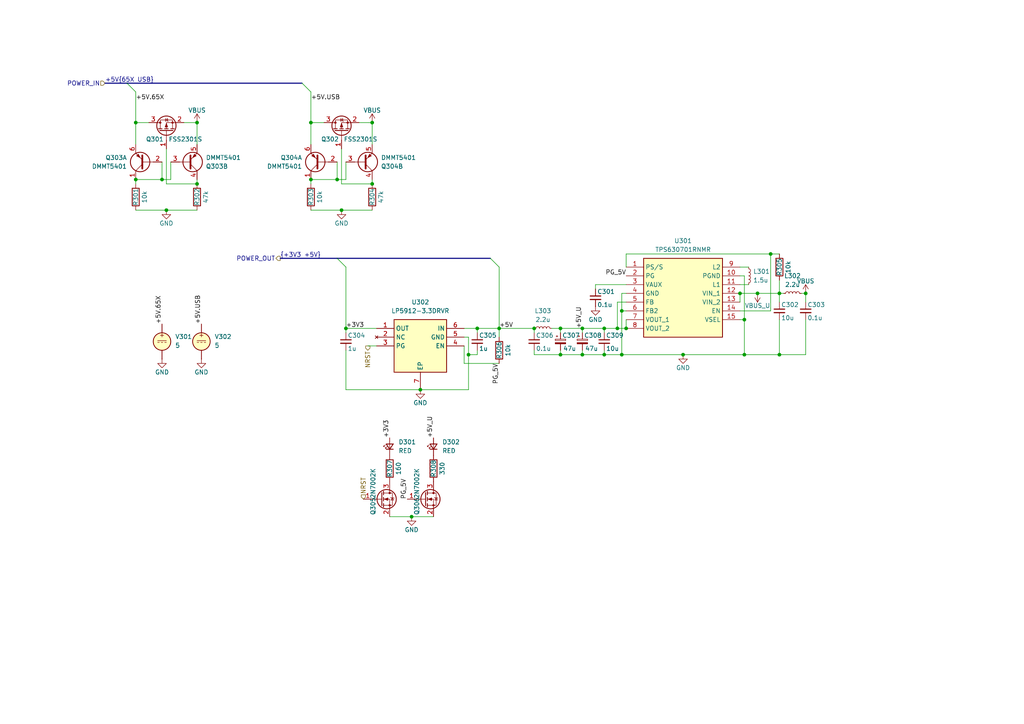
<source format=kicad_sch>
(kicad_sch (version 20231120) (generator "eeschema") (generator_version "8.0")
  (paper "A4")
  (lib_symbols
    (symbol "Device:C_Polarized_Small" (pin_numbers hide) (pin_names (offset 0.254) hide)
      (property "Reference" "C" (at 0.254 1.778 0))
      (property "Value" "C_Polarized_Small" (at 0.254 -2.032 0))
      (symbol "C_Polarized_Small_0_1"
        (rectangle (start -1.524 -0.3048) (end 1.524 -0.6858) (fill (type outline)))
        (rectangle (start -1.524 0.6858) (end 1.524 0.3048))
        (polyline (pts (xy -1.27 1.524) (xy -0.762 1.524)))
        (polyline (pts (xy -1.016 1.27) (xy -1.016 1.778)))
      )
      (symbol "C_Polarized_Small_1_1"
        (pin passive line (at 0 2.54 270) (length 1.8542) (name "~") (number "1"))
        (pin passive line (at 0 -2.54 90) (length 1.8542) (name "~") (number "2"))
      )
    )
    (symbol "Device:C_Small" (pin_numbers hide) (pin_names (offset 0.254) hide)
      (property "Reference" "C" (at 0.254 1.778 0))
      (property "Value" "C_Small" (at 0.254 -2.032 0))
      (symbol "C_Small_0_1"
        (polyline (pts (xy -1.524 -0.508) (xy 1.524 -0.508)) (stroke (width 0.3302)))
        (polyline (pts (xy -1.524 0.508) (xy 1.524 0.508)) (stroke (width 0.3048)))
      )
      (symbol "C_Small_1_1"
        (pin passive line (at 0 2.54 270) (length 2.032) (name "~") (number "1"))
        (pin passive line (at 0 -2.54 90) (length 2.032) (name "~") (number "2"))
      )
    )
    (symbol "Device:LED_Small" (pin_numbers hide) (pin_names (offset 0.254) hide)
      (property "Reference" "D" (at -1.27 3.175 0))
      (property "Value" "LED_Small" (at -4.445 -2.54 0))
      (symbol "LED_Small_0_1"
        (polyline (pts (xy -0.762 -1.016) (xy -0.762 1.016)) (stroke (width 0.254)))
        (polyline (pts (xy 1.016 0) (xy -0.762 0)))
        (polyline (pts (xy 0.762 -1.016) (xy -0.762 0) (xy 0.762 1.016) (xy 0.762 -1.016)) (stroke (width 0.254)))
        (polyline (pts (xy 0 0.762) (xy -0.508 1.27) (xy -0.254 1.27) (xy -0.508 1.27) (xy -0.508 1.016)))
        (polyline (pts (xy 0.508 1.27) (xy 0 1.778) (xy 0.254 1.778) (xy 0 1.778) (xy 0 1.524)))
      )
      (symbol "LED_Small_1_1"
        (pin passive line (at -2.54 0 0) (length 1.778) (name "K") (number "1"))
        (pin passive line (at 2.54 0 180) (length 1.778) (name "A") (number "2"))
      )
    )
    (symbol "Device:L_Small" (pin_numbers hide) (pin_names (offset 0.254) hide)
      (property "Reference" "L" (at 0.762 1.016 0))
      (property "Value" "L_Small" (at 0.762 -1.016 0))
      (symbol "L_Small_0_1"
        (arc (start 0 -2.032) (mid 0.5058 -1.524) (end 0 -1.016))
        (arc (start 0 -1.016) (mid 0.5058 -0.508) (end 0 0))
        (arc (start 0 0) (mid 0.5058 0.508) (end 0 1.016))
        (arc (start 0 1.016) (mid 0.5058 1.524) (end 0 2.032))
      )
      (symbol "L_Small_1_1"
        (pin passive line (at 0 2.54 270) (length 0.508) (name "~") (number "1"))
        (pin passive line (at 0 -2.54 90) (length 0.508) (name "~") (number "2"))
      )
    )
    (symbol "Device:R" (pin_numbers hide) (pin_names (offset 0))
      (property "Reference" "R" (at 2.032 0 90))
      (property "Value" "R" (at 0 0 90))
      (symbol "R_0_1"
        (rectangle (start -1.016 -2.54) (end 1.016 2.54) (stroke (width 0.254)))
      )
      (symbol "R_1_1"
        (pin passive line (at 0 3.81 270) (length 1.27) (name "~") (number "1"))
        (pin passive line (at 0 -3.81 90) (length 1.27) (name "~") (number "2"))
      )
    )
    (symbol "SamacSys Parts:LP5912-1.1DRVR"
      (property "Reference" "IC" (at 21.59 7.62 0))
      (property "Value" "LP5912-1.1DRVR" (at 21.59 5.08 0))
      (symbol "LP5912-1.1DRVR_1_1"
        (rectangle (start 5.08 2.54) (end 20.32 -12.7) (stroke (width 0.254)) (fill (type background)))
        (pin passive line (at 0 0 0) (length 5.08) (name "OUT") (number "1"))
        (pin no_connect line (at 0 -2.54 0) (length 5.08) (name "NC") (number "2"))
        (pin passive line (at 0 -5.08 0) (length 5.08) (name "PG") (number "3"))
        (pin passive line (at 25.4 -5.08 180) (length 5.08) (name "EN") (number "4"))
        (pin passive line (at 25.4 -2.54 180) (length 5.08) (name "GND") (number "5"))
        (pin passive line (at 25.4 0 180) (length 5.08) (name "IN") (number "6"))
        (pin passive line (at 12.7 -17.78 90) (length 5.08) (name "EP") (number "7"))
      )
    )
    (symbol "SamacSys Parts:TPS630701RNMR"
      (property "Reference" "IC" (at 29.21 7.62 0))
      (property "Value" "TPS630701RNMR" (at 29.21 5.08 0))
      (symbol "TPS630701RNMR_1_1"
        (rectangle (start 5.08 2.54) (end 27.94 -20.32) (stroke (width 0.254)) (fill (type background)))
        (pin passive line (at 0 0 0) (length 5.08) (name "PS/S") (number "1"))
        (pin passive line (at 33.02 -2.54 180) (length 5.08) (name "PGND") (number "10"))
        (pin passive line (at 33.02 -5.08 180) (length 5.08) (name "L1") (number "11"))
        (pin passive line (at 33.02 -7.62 180) (length 5.08) (name "VIN_1") (number "12"))
        (pin passive line (at 33.02 -10.16 180) (length 5.08) (name "VIN_2") (number "13"))
        (pin passive line (at 33.02 -12.7 180) (length 5.08) (name "EN") (number "14"))
        (pin passive line (at 33.02 -15.24 180) (length 5.08) (name "VSEL") (number "15"))
        (pin passive line (at 0 -2.54 0) (length 5.08) (name "PG") (number "2"))
        (pin passive line (at 0 -5.08 0) (length 5.08) (name "VAUX") (number "3"))
        (pin passive line (at 0 -7.62 0) (length 5.08) (name "GND") (number "4"))
        (pin passive line (at 0 -10.16 0) (length 5.08) (name "FB") (number "5"))
        (pin passive line (at 0 -12.7 0) (length 5.08) (name "FB2") (number "6"))
        (pin passive line (at 0 -15.24 0) (length 5.08) (name "VOUT_1") (number "7"))
        (pin passive line (at 0 -17.78 0) (length 5.08) (name "VOUT_2") (number "8"))
        (pin passive line (at 33.02 0 180) (length 5.08) (name "L2") (number "9"))
      )
    )
    (symbol "Simulation_SPICE:VDC" (pin_numbers hide) (pin_names (offset 0.0254))
      (property "Reference" "V" (at 2.54 2.54 0))
      (property "Value" "1" (at 2.54 0 0))
      (symbol "VDC_0_0"
        (polyline (pts (xy -1.27 0.254) (xy 1.27 0.254)))
        (polyline (pts (xy -0.762 -0.254) (xy -1.27 -0.254)))
        (polyline (pts (xy 0.254 -0.254) (xy -0.254 -0.254)))
        (polyline (pts (xy 1.27 -0.254) (xy 0.762 -0.254)))
        (text "+" (at 0 1.905 0) (effects (font (size 1.27 1.27))))
      )
      (symbol "VDC_0_1"
        (circle (center 0 0) (radius 2.54) (stroke (width 0.254)) (fill (type background)))
      )
      (symbol "VDC_1_1"
        (pin passive line (at 0 5.08 270) (length 2.54) (name "~") (number "1"))
        (pin passive line (at 0 -5.08 90) (length 2.54) (name "~") (number "2"))
      )
    )
    (symbol "Transistor_BJT:DMMT5401" (pin_names (offset 0) hide)
      (property "Reference" "Q" (at 5.08 1.27 0))
      (property "Value" "DMMT5401" (at 5.08 -1.27 0))
      (symbol "DMMT5401_0_1"
        (polyline (pts (xy 0.635 0) (xy -2.54 0)))
        (polyline (pts (xy 0.635 0.635) (xy 2.54 2.54)))
        (polyline (pts (xy 0.635 -0.635) (xy 2.54 -2.54) (xy 2.54 -2.54)))
        (polyline (pts (xy 0.635 1.905) (xy 0.635 -1.905) (xy 0.635 -1.905)) (stroke (width 0.508)))
        (polyline (pts (xy 2.286 -1.778) (xy 1.778 -2.286) (xy 1.27 -1.27) (xy 2.286 -1.778) (xy 2.286 -1.778)) (fill (type outline)))
        (circle (center 1.27 0) (radius 2.8194) (stroke (width 0.254)))
      )
      (symbol "DMMT5401_1_1"
        (pin passive line (at 2.54 5.08 270) (length 2.54) (name "C1") (number "1"))
        (pin input line (at -5.08 0 0) (length 2.54) (name "B1") (number "2"))
        (pin passive line (at 2.54 -5.08 90) (length 2.54) (name "E1") (number "6"))
      )
      (symbol "DMMT5401_2_1"
        (pin input line (at -5.08 0 0) (length 2.54) (name "B2") (number "3"))
        (pin passive line (at 2.54 5.08 270) (length 2.54) (name "C2") (number "4"))
        (pin passive line (at 2.54 -5.08 90) (length 2.54) (name "E2") (number "5"))
      )
    )
    (symbol "Transistor_FET:2N7002K" (pin_names hide)
      (property "Reference" "Q" (at 5.08 1.905 0))
      (property "Value" "2N7002K" (at 5.08 0 0))
      (symbol "2N7002K_0_1"
        (polyline (pts (xy 0.254 0) (xy -2.54 0)))
        (polyline (pts (xy 0.254 1.905) (xy 0.254 -1.905)) (stroke (width 0.254)))
        (polyline (pts (xy 0.762 -1.27) (xy 0.762 -2.286)) (stroke (width 0.254)))
        (polyline (pts (xy 0.762 0.508) (xy 0.762 -0.508)) (stroke (width 0.254)))
        (polyline (pts (xy 0.762 2.286) (xy 0.762 1.27)) (stroke (width 0.254)))
        (polyline (pts (xy 2.54 2.54) (xy 2.54 1.778)))
        (polyline (pts (xy 2.54 -2.54) (xy 2.54 0) (xy 0.762 0)))
        (polyline (pts (xy 0.762 -1.778) (xy 3.302 -1.778) (xy 3.302 1.778) (xy 0.762 1.778)))
        (polyline (pts (xy 1.016 0) (xy 2.032 0.381) (xy 2.032 -0.381) (xy 1.016 0)) (fill (type outline)))
        (polyline (pts (xy 2.794 0.508) (xy 2.921 0.381) (xy 3.683 0.381) (xy 3.81 0.254)))
        (polyline (pts (xy 3.302 0.381) (xy 2.921 -0.254) (xy 3.683 -0.254) (xy 3.302 0.381)))
        (circle (center 1.651 0) (radius 2.794) (stroke (width 0.254)))
        (circle (center 2.54 -1.778) (radius 0.254) (fill (type outline)))
        (circle (center 2.54 1.778) (radius 0.254) (fill (type outline)))
      )
      (symbol "2N7002K_1_1"
        (pin input line (at -5.08 0 0) (length 2.54) (name "G") (number "1"))
        (pin passive line (at 2.54 -5.08 90) (length 2.54) (name "S") (number "2"))
        (pin passive line (at 2.54 5.08 270) (length 2.54) (name "D") (number "3"))
      )
    )
    (symbol "Transistor_FET:TSM2301ACX" (pin_names hide)
      (property "Reference" "Q" (at 5.08 1.905 0))
      (property "Value" "TSM2301ACX" (at 5.08 0 0))
      (symbol "TSM2301ACX_0_1"
        (polyline (pts (xy 0.254 0) (xy -2.54 0)))
        (polyline (pts (xy 0.254 1.905) (xy 0.254 -1.905)) (stroke (width 0.254)))
        (polyline (pts (xy 0.762 -1.27) (xy 0.762 -2.286)) (stroke (width 0.254)))
        (polyline (pts (xy 0.762 0.508) (xy 0.762 -0.508)) (stroke (width 0.254)))
        (polyline (pts (xy 0.762 2.286) (xy 0.762 1.27)) (stroke (width 0.254)))
        (polyline (pts (xy 2.54 2.54) (xy 2.54 1.778)))
        (polyline (pts (xy 2.54 -2.54) (xy 2.54 0) (xy 0.762 0)))
        (polyline (pts (xy 0.762 1.778) (xy 3.302 1.778) (xy 3.302 -1.778) (xy 0.762 -1.778)))
        (polyline (pts (xy 2.286 0) (xy 1.27 0.381) (xy 1.27 -0.381) (xy 2.286 0)) (fill (type outline)))
        (polyline (pts (xy 2.794 -0.508) (xy 2.921 -0.381) (xy 3.683 -0.381) (xy 3.81 -0.254)))
        (polyline (pts (xy 3.302 -0.381) (xy 2.921 0.254) (xy 3.683 0.254) (xy 3.302 -0.381)))
        (circle (center 1.651 0) (radius 2.794) (stroke (width 0.254)))
        (circle (center 2.54 -1.778) (radius 0.254) (fill (type outline)))
        (circle (center 2.54 1.778) (radius 0.254) (fill (type outline)))
      )
      (symbol "TSM2301ACX_1_1"
        (pin input line (at -5.08 0 0) (length 2.54) (name "G") (number "1"))
        (pin passive line (at 2.54 -5.08 90) (length 2.54) (name "S") (number "2"))
        (pin passive line (at 2.54 5.08 270) (length 2.54) (name "D") (number "3"))
      )
    )
    (symbol "power:GND" (power) (pin_numbers hide) (pin_names (offset 0) hide)
      (property "Value" "GND" (at 0 -3.81 0))
      (symbol "GND_0_1"
        (polyline (pts (xy 0 0) (xy 0 -1.27) (xy 1.27 -1.27) (xy 0 -2.54) (xy -1.27 -1.27) (xy 0 -1.27)))
      )
      (symbol "GND_1_1"
        (pin power_in line (at 0 0 270) (length 0) (name "~") (number "1"))
      )
    )
    (symbol "power:VBUS" (power) (pin_numbers hide) (pin_names (offset 0) hide)
      (property "Value" "VBUS" (at 0 3.556 0))
      (symbol "VBUS_0_1"
        (polyline (pts (xy -0.762 1.27) (xy 0 2.54)))
        (polyline (pts (xy 0 0) (xy 0 2.54)))
        (polyline (pts (xy 0 2.54) (xy 0.762 1.27)))
      )
      (symbol "VBUS_1_1"
        (pin power_in line (at 0 0 90) (length 0) (name "~") (number "1"))
      )
    )
  )
  (junction (at 226.06 102.87))
  (junction (at 135.89 102.87))
  (junction (at 107.95 35.56))
  (junction (at 226.06 85.09))
  (junction (at 168.91 95.25))
  (junction (at 233.68 85.09))
  (junction (at 215.9 92.71))
  (junction (at 57.15 35.56))
  (junction (at 121.92 113.03))
  (junction (at 175.26 102.87))
  (junction (at 99.06 60.96))
  (junction (at 215.9 102.87))
  (junction (at 180.34 90.17))
  (junction (at 223.52 73.66))
  (junction (at 90.17 35.56))
  (junction (at 168.91 102.87))
  (junction (at 46.99 52.07))
  (junction (at 100.33 95.25))
  (junction (at 138.43 95.25))
  (junction (at 119.38 149.86))
  (junction (at 57.15 53.34))
  (junction (at 180.34 102.87))
  (junction (at 39.37 52.07))
  (junction (at 162.56 102.87))
  (junction (at 175.26 95.25))
  (junction (at 48.26 60.96))
  (junction (at 179.07 95.25))
  (junction (at 154.94 95.25))
  (junction (at 198.12 102.87))
  (junction (at 97.79 52.07))
  (junction (at 107.95 53.34))
  (junction (at 219.71 85.09))
  (junction (at 39.37 35.56))
  (junction (at 214.63 85.09))
  (junction (at 181.61 95.25))
  (junction (at 90.17 52.07))
  (junction (at 162.56 95.25))
  (junction (at 144.78 95.25))
  (bus_entry (at 97.79 74.93) (size 2.54 2.54))
  (bus_entry (at 36.83 24.13) (size 2.54 2.54))
  (bus_entry (at 142.24 74.93) (size 2.54 2.54))
  (bus_entry (at 87.63 24.13) (size 2.54 2.54))
  (wire (pts (xy 226.06 87.63) (xy 226.06 85.09)))
  (wire (pts (xy 57.15 53.34) (xy 48.26 53.34)))
  (wire (pts (xy 138.43 95.25) (xy 138.43 96.52)))
  (wire (pts (xy 39.37 53.34) (xy 39.37 52.07)))
  (wire (pts (xy 90.17 60.96) (xy 99.06 60.96)))
  (wire (pts (xy 215.9 102.87) (xy 226.06 102.87)))
  (wire (pts (xy 100.33 95.25) (xy 109.22 95.25)))
  (wire (pts (xy 233.68 102.87) (xy 226.06 102.87)))
  (wire (pts (xy 232.41 85.09) (xy 233.68 85.09)))
  (wire (pts (xy 99.06 60.96) (xy 107.95 60.96)))
  (wire (pts (xy 154.94 102.87) (xy 162.56 102.87)))
  (wire (pts (xy 181.61 87.63) (xy 179.07 87.63)))
  (wire (pts (xy 144.78 77.47) (xy 144.78 95.25)))
  (bus (pts (xy 81.28 74.93) (xy 97.79 74.93)))
  (wire (pts (xy 119.38 149.86) (xy 125.73 149.86)))
  (wire (pts (xy 180.34 102.87) (xy 198.12 102.87)))
  (wire (pts (xy 134.62 105.41) (xy 134.62 100.33)))
  (wire (pts (xy 90.17 53.34) (xy 90.17 52.07)))
  (wire (pts (xy 57.15 41.91) (xy 57.15 35.56)))
  (wire (pts (xy 215.9 80.01) (xy 215.9 92.71)))
  (wire (pts (xy 180.34 102.87) (xy 175.26 102.87)))
  (wire (pts (xy 162.56 95.25) (xy 162.56 96.52)))
  (wire (pts (xy 107.95 35.56) (xy 104.14 35.56)))
  (wire (pts (xy 49.53 46.99) (xy 49.53 52.07)))
  (wire (pts (xy 168.91 95.25) (xy 168.91 96.52)))
  (wire (pts (xy 39.37 52.07) (xy 46.99 52.07)))
  (wire (pts (xy 138.43 95.25) (xy 144.78 95.25)))
  (wire (pts (xy 214.63 90.17) (xy 223.52 90.17)))
  (wire (pts (xy 226.06 102.87) (xy 226.06 92.71)))
  (wire (pts (xy 107.95 52.07) (xy 107.95 53.34)))
  (wire (pts (xy 181.61 95.25) (xy 181.61 92.71)))
  (wire (pts (xy 162.56 95.25) (xy 168.91 95.25)))
  (wire (pts (xy 168.91 102.87) (xy 175.26 102.87)))
  (wire (pts (xy 106.68 100.33) (xy 109.22 100.33)))
  (wire (pts (xy 168.91 101.6) (xy 168.91 102.87)))
  (wire (pts (xy 223.52 73.66) (xy 223.52 90.17)))
  (wire (pts (xy 57.15 52.07) (xy 57.15 53.34)))
  (wire (pts (xy 214.63 85.09) (xy 219.71 85.09)))
  (wire (pts (xy 100.33 113.03) (xy 100.33 101.6)))
  (wire (pts (xy 90.17 35.56) (xy 93.98 35.56)))
  (wire (pts (xy 39.37 41.91) (xy 39.37 35.56)))
  (wire (pts (xy 154.94 95.25) (xy 154.94 96.52)))
  (wire (pts (xy 181.61 90.17) (xy 180.34 90.17)))
  (wire (pts (xy 219.71 85.09) (xy 226.06 85.09)))
  (wire (pts (xy 179.07 95.25) (xy 181.61 95.25)))
  (wire (pts (xy 48.26 60.96) (xy 57.15 60.96)))
  (bus (pts (xy 36.83 24.13) (xy 87.63 24.13)))
  (wire (pts (xy 181.61 85.09) (xy 180.34 85.09)))
  (wire (pts (xy 162.56 102.87) (xy 168.91 102.87)))
  (wire (pts (xy 233.68 92.71) (xy 233.68 102.87)))
  (wire (pts (xy 198.12 102.87) (xy 215.9 102.87)))
  (wire (pts (xy 180.34 85.09) (xy 180.34 90.17)))
  (wire (pts (xy 215.9 92.71) (xy 214.63 92.71)))
  (wire (pts (xy 107.95 41.91) (xy 107.95 35.56)))
  (wire (pts (xy 135.89 102.87) (xy 135.89 113.03)))
  (wire (pts (xy 99.06 43.18) (xy 99.06 53.34)))
  (wire (pts (xy 227.33 85.09) (xy 226.06 85.09)))
  (wire (pts (xy 215.9 102.87) (xy 215.9 92.71)))
  (wire (pts (xy 214.63 82.55) (xy 217.17 82.55)))
  (wire (pts (xy 46.99 52.07) (xy 46.99 46.99)))
  (wire (pts (xy 175.26 96.52) (xy 175.26 95.25)))
  (wire (pts (xy 144.78 95.25) (xy 144.78 97.79)))
  (wire (pts (xy 214.63 77.47) (xy 217.17 77.47)))
  (wire (pts (xy 100.33 46.99) (xy 100.33 52.07)))
  (wire (pts (xy 160.02 95.25) (xy 162.56 95.25)))
  (wire (pts (xy 100.33 96.52) (xy 100.33 95.25)))
  (wire (pts (xy 144.78 95.25) (xy 154.94 95.25)))
  (wire (pts (xy 57.15 35.56) (xy 53.34 35.56)))
  (wire (pts (xy 100.33 77.47) (xy 100.33 95.25)))
  (wire (pts (xy 214.63 85.09) (xy 214.63 87.63)))
  (wire (pts (xy 90.17 41.91) (xy 90.17 35.56)))
  (wire (pts (xy 168.91 95.25) (xy 175.26 95.25)))
  (wire (pts (xy 181.61 77.47) (xy 181.61 73.66)))
  (wire (pts (xy 175.26 95.25) (xy 179.07 95.25)))
  (wire (pts (xy 100.33 52.07) (xy 97.79 52.07)))
  (wire (pts (xy 135.89 113.03) (xy 121.92 113.03)))
  (wire (pts (xy 181.61 73.66) (xy 223.52 73.66)))
  (wire (pts (xy 113.03 149.86) (xy 119.38 149.86)))
  (wire (pts (xy 90.17 52.07) (xy 97.79 52.07)))
  (wire (pts (xy 172.72 82.55) (xy 181.61 82.55)))
  (wire (pts (xy 233.68 87.63) (xy 233.68 85.09)))
  (wire (pts (xy 90.17 26.67) (xy 90.17 35.56)))
  (wire (pts (xy 134.62 97.79) (xy 135.89 97.79)))
  (wire (pts (xy 134.62 105.41) (xy 144.78 105.41)))
  (wire (pts (xy 39.37 35.56) (xy 43.18 35.56)))
  (wire (pts (xy 138.43 101.6) (xy 138.43 102.87)))
  (bus (pts (xy 30.48 24.13) (xy 36.83 24.13)))
  (wire (pts (xy 39.37 26.67) (xy 39.37 35.56)))
  (wire (pts (xy 121.92 113.03) (xy 100.33 113.03)))
  (wire (pts (xy 134.62 95.25) (xy 138.43 95.25)))
  (wire (pts (xy 162.56 101.6) (xy 162.56 102.87)))
  (wire (pts (xy 175.26 102.87) (xy 175.26 101.6)))
  (wire (pts (xy 172.72 82.55) (xy 172.72 83.82)))
  (wire (pts (xy 179.07 87.63) (xy 179.07 95.25)))
  (wire (pts (xy 226.06 81.28) (xy 226.06 85.09)))
  (wire (pts (xy 154.94 101.6) (xy 154.94 102.87)))
  (wire (pts (xy 135.89 97.79) (xy 135.89 102.87)))
  (wire (pts (xy 48.26 43.18) (xy 48.26 53.34)))
  (wire (pts (xy 49.53 52.07) (xy 46.99 52.07)))
  (wire (pts (xy 223.52 73.66) (xy 226.06 73.66)))
  (wire (pts (xy 180.34 90.17) (xy 180.34 102.87)))
  (wire (pts (xy 135.89 102.87) (xy 138.43 102.87)))
  (wire (pts (xy 107.95 53.34) (xy 99.06 53.34)))
  (wire (pts (xy 39.37 60.96) (xy 48.26 60.96)))
  (bus (pts (xy 97.79 74.93) (xy 142.24 74.93)))
  (wire (pts (xy 214.63 80.01) (xy 215.9 80.01)))
  (wire (pts (xy 97.79 52.07) (xy 97.79 46.99)))
  (label "+3V3" (at 113.03 127 90))
  (label "+3V3" (at 100.33 95.25 0))
  (label "+5V.65X" (at 46.99 93.98 90))
  (label "+5V.USB" (at 90.17 29.21 0))
  (label "+5V_U" (at 168.91 95.25 90))
  (label "+5V" (at 144.78 95.25 0))
  (label "+5V{65X USB}" (at 30.48 24.13 0))
  (label "+5V_U" (at 125.73 127 90))
  (label "+5V.65X" (at 39.37 29.21 0))
  (label "+5V.USB" (at 58.42 93.98 90))
  (label "PG_5V" (at 144.78 105.41 270))
  (label "PG_5V" (at 118.11 144.78 90))
  (label "PG_5V" (at 181.61 80.01 180))
  (label "{+3V3 +5V}" (at 81.28 74.93 0))
  (hierarchical_label "NRST" (shape output) (at 106.68 100.33 270))
  (hierarchical_label "NRST" (shape input) (at 105.41 144.78 90))
  (hierarchical_label "POWER_IN" (shape input) (at 30.48 24.13 180))
  (hierarchical_label "POWER_OUT" (shape output) (at 81.28 74.93 180))
  (symbol (lib_id "Device:R") (at 226.06 77.47 180) (unit 1)
    (property "Reference" "R305" (at 226.06 77.47 90))
    (property "Value" "10k" (at 228.6 77.47 90))
    (property "Footprint" "Resistor_SMD:R_0805_2012Metric" (effects (hide yes)))
  )
  (symbol (lib_id "power:GND") (at 58.42 104.14 0) (unit 1)
    (property "Reference" "#PWR0310" (effects (hide yes)))
    (property "Value" "GND" (at 58.42 107.95 0))
    (property "Description" "Power symbol creates a global label with name \"GND\" , ground" (effects (hide yes)))
  )
  (symbol (lib_id "Device:C_Small") (at 175.26 99.06 0) (unit 1)
    (property "Reference" "C309" (at 175.768 97.282 0) (effects (justify left)))
    (property "Value" "10u" (at 175.768 101.092 0) (effects (justify left)))
    (property "Footprint" "Capacitor_SMD:C_0805_2012Metric" (effects (hide yes)))
    (property "Description" "Unpolarized capacitor, small symbol" (effects (hide yes)))
  )
  (symbol (lib_id "Transistor_FET:2N7002K") (at 123.19 144.78 0) (unit 1)
    (property "Reference" "Q306" (at 120.904 146.812 90))
    (property "Value" "2N7002K" (at 120.904 140.208 90))
    (property "Footprint" "Package_TO_SOT_SMD:SOT-23" (effects (hide yes)))
    (property "Datasheet" "https://www.diodes.com/assets/Datasheets/ds30896.pdf" (effects (hide yes)))
    (property "Description" "0.38A Id, 60V Vds, N-Channel MOSFET, SOT-23" (effects (hide yes)))
  )
  (symbol (lib_id "power:GND") (at 46.99 104.14 0) (unit 1)
    (property "Reference" "#PWR0309" (effects (hide yes)))
    (property "Value" "GND" (at 46.99 107.95 0))
    (property "Description" "Power symbol creates a global label with name \"GND\" , ground" (effects (hide yes)))
  )
  (symbol (lib_id "power:VBUS") (at 57.15 35.56 0) (unit 1)
    (property "Reference" "#PWR0301" (effects (hide yes)))
    (property "Value" "VBUS" (at 57.15 32.004 0))
    (property "Description" "Power symbol creates a global label with name \"VBUS\"" (effects (hide yes)))
  )
  (symbol (lib_id "Device:R") (at 144.78 101.6 180) (unit 1)
    (property "Reference" "R306" (at 144.78 101.6 90))
    (property "Value" "10k" (at 147.32 101.6 90))
    (property "Footprint" "Resistor_SMD:R_0805_2012Metric" (effects (hide yes)))
  )
  (symbol (lib_id "Simulation_SPICE:VDC") (at 46.99 99.06 0) (unit 1) (in_bom no) (on_board no)
    (property "Reference" "V301" (at 50.8 97.6601 0) (effects (justify left)))
    (property "Value" "5" (at 50.8 100.2001 0) (effects (justify left)))
    (property "Datasheet" "https://ngspice.sourceforge.io/docs/ngspice-html-manual/manual.xhtml#sec_Independent_Sources_for" (effects (hide yes)))
    (property "Description" "Voltage source, DC" (effects (hide yes)))
    (property "Sim.Pins" "1=+ 2=-" (effects (hide yes)))
    (property "Sim.Type" "DC" (effects (hide yes)))
    (property "Sim.Device" "V" (effects (hide yes)))
  )
  (symbol (lib_id "power:GND") (at 172.72 88.9 0) (unit 1)
    (property "Reference" "#PWR0307" (effects (hide yes)))
    (property "Value" "GND" (at 172.72 92.71 0))
    (property "Description" "Power symbol creates a global label with name \"GND\" , ground" (effects (hide yes)))
  )
  (symbol (lib_id "Transistor_FET:TSM2301ACX") (at 99.06 38.1 90) (unit 1)
    (property "Reference" "Q302" (at 98.298 40.386 90) (effects (justify left)))
    (property "Value" "FSS2301S" (at 109.474 40.386 90) (effects (justify left)))
    (property "Footprint" "Package_TO_SOT_SMD:SOT-23" (effects (hide yes)))
    (property "Datasheet" "https://www.taiwansemi.com/products/datasheet/TSM2301A_C15.pdf" (effects (hide yes)))
    (property "Description" "-2.8A Id, -20V Vds, P-Channel MOSFET, SOT-23" (effects (hide yes)))
  )
  (symbol (lib_id "power:VBUS") (at 233.68 85.09 0) (unit 1)
    (property "Reference" "#PWR0306" (effects (hide yes)))
    (property "Value" "VBUS" (at 233.68 81.534 0))
    (property "Description" "Power symbol creates a global label with name \"VBUS\"" (effects (hide yes)))
  )
  (symbol (lib_id "power:GND") (at 99.06 60.96 0) (unit 1)
    (property "Reference" "#PWR0304" (effects (hide yes)))
    (property "Value" "GND" (at 99.06 64.77 0))
    (property "Description" "Power symbol creates a global label with name \"GND\" , ground" (effects (hide yes)))
  )
  (symbol (lib_id "Device:R") (at 90.17 57.15 180) (unit 1)
    (property "Reference" "R303" (at 90.17 57.15 90))
    (property "Value" "10k" (at 92.71 57.15 90))
    (property "Footprint" "Resistor_SMD:R_0805_2012Metric" (effects (hide yes)))
  )
  (symbol (lib_id "power:GND") (at 48.26 60.96 0) (unit 1)
    (property "Reference" "#PWR0303" (effects (hide yes)))
    (property "Value" "GND" (at 48.26 64.77 0))
    (property "Description" "Power symbol creates a global label with name \"GND\" , ground" (effects (hide yes)))
  )
  (symbol (lib_id "Device:C_Small") (at 172.72 86.36 0) (unit 1)
    (property "Reference" "C301" (at 173.228 84.582 0) (effects (justify left)))
    (property "Value" "0.1u" (at 173.228 88.392 0) (effects (justify left)))
    (property "Footprint" "Capacitor_SMD:C_0805_2012Metric" (effects (hide yes)))
    (property "Description" "Unpolarized capacitor, small symbol" (effects (hide yes)))
  )
  (symbol (lib_id "Device:R") (at 39.37 57.15 180) (unit 1)
    (property "Reference" "R301" (at 39.37 57.15 90))
    (property "Value" "10k" (at 41.91 57.15 90))
    (property "Footprint" "Resistor_SMD:R_0805_2012Metric" (effects (hide yes)))
  )
  (symbol (lib_id "power:GND") (at 121.92 113.03 0) (unit 1)
    (property "Reference" "#PWR0311" (effects (hide yes)))
    (property "Value" "GND" (at 121.92 116.84 0))
    (property "Description" "Power symbol creates a global label with name \"GND\" , ground" (effects (hide yes)))
  )
  (symbol (lib_id "Device:C_Small") (at 138.43 99.06 0) (unit 1)
    (property "Reference" "C305" (at 138.938 97.282 0) (effects (justify left)))
    (property "Value" "1u" (at 138.938 101.092 0) (effects (justify left)))
    (property "Footprint" "Capacitor_SMD:C_0805_2012Metric" (effects (hide yes)))
    (property "Description" "Unpolarized capacitor, small symbol" (effects (hide yes)))
  )
  (symbol (lib_id "Transistor_BJT:DMMT5401") (at 92.71 46.99 180) (unit 1)
    (property "Reference" "Q304" (at 87.63 45.7199 0) (effects (justify left)))
    (property "Value" "DMMT5401" (at 87.63 48.2599 0) (effects (justify left)))
    (property "Footprint" "Package_TO_SOT_SMD:SOT-23-6" (effects (hide yes)))
    (property "Datasheet" "https://www.diodes.com/assets/Datasheets/ds30437.pdf" (effects (hide yes)))
    (property "Description" "Dual PNP transistor, 6 pin package" (effects (hide yes)))
  )
  (symbol (lib_id "Device:C_Small") (at 226.06 90.17 0) (unit 1)
    (property "Reference" "C302" (at 226.568 88.392 0) (effects (justify left)))
    (property "Value" "10u" (at 226.568 92.202 0) (effects (justify left)))
    (property "Footprint" "Capacitor_SMD:C_0805_2012Metric" (effects (hide yes)))
    (property "Description" "Unpolarized capacitor, small symbol" (effects (hide yes)))
  )
  (symbol (lib_id "Device:C_Polarized_Small") (at 168.91 99.06 0) (unit 1)
    (property "Reference" "C308" (at 169.418 97.282 0) (effects (justify left)))
    (property "Value" "47u" (at 169.672 101.092 0) (effects (justify left)))
    (property "Footprint" "Capacitor_SMD:CP_Elec_6.3x5.7" (effects (hide yes)))
    (property "Description" "Polarized capacitor, small symbol" (effects (hide yes)))
  )
  (symbol (lib_id "Device:R") (at 107.95 57.15 180) (unit 1)
    (property "Reference" "R304" (at 107.95 57.15 90))
    (property "Value" "47k" (at 110.49 57.15 90))
    (property "Footprint" "Resistor_SMD:R_0805_2012Metric" (effects (hide yes)))
  )
  (symbol (lib_id "Simulation_SPICE:VDC") (at 58.42 99.06 0) (unit 1) (in_bom no) (on_board no)
    (property "Reference" "V302" (at 62.23 97.6601 0) (effects (justify left)))
    (property "Value" "5" (at 62.23 100.2001 0) (effects (justify left)))
    (property "Datasheet" "https://ngspice.sourceforge.io/docs/ngspice-html-manual/manual.xhtml#sec_Independent_Sources_for" (effects (hide yes)))
    (property "Description" "Voltage source, DC" (effects (hide yes)))
    (property "Sim.Pins" "1=+ 2=-" (effects (hide yes)))
    (property "Sim.Type" "DC" (effects (hide yes)))
    (property "Sim.Device" "V" (effects (hide yes)))
  )
  (symbol (lib_id "SamacSys Parts:TPS630701RNMR") (at 181.61 77.47 0) (unit 1)
    (property "Reference" "U301" (at 198.12 69.85 0))
    (property "Value" "TPS630701RNMR" (at 198.12 72.39 0))
    (property "Footprint" "TPS630701RNMR" (effects (hide yes)))
    (property "Datasheet" "http://www.ti.com/lit/gpn/tps63070" (effects (hide yes)))
    (property "Description" "Wide Input Voltage (2V-16V) Buck-Boost Converter" (effects (hide yes)))
    (property "Mouser Part Number" "595-TPS630701RNMR" (effects (hide yes)))
    (property "Mouser Price/Stock" "https://www.mouser.co.uk/ProductDetail/Texas-Instruments/TPS630701RNMR?qs=LuYMPh7GGMTyE4ON9PhzXw%3D%3D" (effects (hide yes)))
    (property "Manufacturer_Name" "Texas Instruments" (effects (hide yes)))
    (property "Manufacturer_Part_Number" "TPS630701RNMR" (effects (hide yes)))
  )
  (symbol (lib_id "power:VBUS") (at 107.95 35.56 0) (unit 1)
    (property "Reference" "#PWR0302" (effects (hide yes)))
    (property "Value" "VBUS" (at 107.95 32.004 0))
    (property "Description" "Power symbol creates a global label with name \"VBUS\"" (effects (hide yes)))
  )
  (symbol (lib_id "Transistor_BJT:DMMT5401") (at 105.41 46.99 0) (mirror x) (unit 2)
    (property "Reference" "Q304" (at 110.49 48.2601 0) (effects (justify left)))
    (property "Value" "DMMT5401" (at 110.49 45.7201 0) (effects (justify left)))
    (property "Footprint" "Package_TO_SOT_SMD:SOT-23-6" (effects (hide yes)))
    (property "Datasheet" "https://www.diodes.com/assets/Datasheets/ds30437.pdf" (effects (hide yes)))
    (property "Description" "Dual PNP transistor, 6 pin package" (effects (hide yes)))
  )
  (symbol (lib_id "Transistor_BJT:DMMT5401") (at 41.91 46.99 180) (unit 1)
    (property "Reference" "Q303" (at 36.83 45.7199 0) (effects (justify left)))
    (property "Value" "DMMT5401" (at 36.83 48.2599 0) (effects (justify left)))
    (property "Footprint" "Package_TO_SOT_SMD:SOT-23-6" (effects (hide yes)))
    (property "Datasheet" "https://www.diodes.com/assets/Datasheets/ds30437.pdf" (effects (hide yes)))
    (property "Description" "Dual PNP transistor, 6 pin package" (effects (hide yes)))
  )
  (symbol (lib_id "Transistor_FET:2N7002K") (at 110.49 144.78 0) (unit 1)
    (property "Reference" "Q305" (at 108.204 146.812 90))
    (property "Value" "2N7002K" (at 108.204 140.208 90))
    (property "Footprint" "Package_TO_SOT_SMD:SOT-23" (effects (hide yes)))
    (property "Datasheet" "https://www.diodes.com/assets/Datasheets/ds30896.pdf" (effects (hide yes)))
    (property "Description" "0.38A Id, 60V Vds, N-Channel MOSFET, SOT-23" (effects (hide yes)))
  )
  (symbol (lib_id "Device:R") (at 113.03 135.89 180) (unit 1)
    (property "Reference" "R307" (at 113.03 135.89 90))
    (property "Value" "160" (at 115.57 135.89 90))
    (property "Footprint" "Resistor_SMD:R_0805_2012Metric" (effects (hide yes)))
  )
  (symbol (lib_id "Device:C_Small") (at 100.33 99.06 0) (unit 1)
    (property "Reference" "C304" (at 100.838 97.282 0) (effects (justify left)))
    (property "Value" "1u" (at 100.838 101.092 0) (effects (justify left)))
    (property "Footprint" "Capacitor_SMD:C_0805_2012Metric" (effects (hide yes)))
    (property "Description" "Unpolarized capacitor, small symbol" (effects (hide yes)))
  )
  (symbol (lib_id "Device:L_Small") (at 157.48 95.25 90) (unit 1)
    (property "Reference" "L303" (at 157.48 90.17 90))
    (property "Value" "2.2u" (at 157.48 92.71 90))
    (property "Footprint" "Inductor_SMD:L_1008_2520Metric" (effects (hide yes)))
    (property "Datasheet" "https://au.mouser.com/datasheet/2/585/sems_s_a0002828022_1-2288716.pdf" (effects (hide yes)))
    (property "Description" "Inductor, small symbol" (effects (hide yes)))
    (property "Sim.Device" "L" (effects (hide yes)))
    (property "Sim.Pins" "1=+ 2=-" (effects (hide yes)))
  )
  (symbol (lib_id "Device:L_Small") (at 229.87 85.09 90) (unit 1)
    (property "Reference" "L302" (at 229.87 80.01 90))
    (property "Value" "2.2u" (at 229.87 82.55 90))
    (property "Footprint" "Inductor_SMD:L_1008_2520Metric" (effects (hide yes)))
    (property "Datasheet" "https://au.mouser.com/datasheet/2/585/sems_s_a0002828022_1-2288716.pdf" (effects (hide yes)))
    (property "Description" "Inductor, small symbol" (effects (hide yes)))
    (property "Sim.Device" "L" (effects (hide yes)))
    (property "Sim.Pins" "1=+ 2=-" (effects (hide yes)))
  )
  (symbol (lib_id "power:GND") (at 198.12 102.87 0) (unit 1)
    (property "Reference" "#PWR0308" (effects (hide yes)))
    (property "Value" "GND" (at 198.12 106.68 0))
    (property "Description" "Power symbol creates a global label with name \"GND\" , ground" (effects (hide yes)))
  )
  (symbol (lib_id "SamacSys Parts:LP5912-1.1DRVR") (at 109.22 95.25 0) (unit 1)
    (property "Reference" "U302" (at 121.92 87.63 0))
    (property "Value" "LP5912-3.3DRVR" (at 121.92 90.17 0))
    (property "Footprint" "SON65P200X200X80-7N" (effects (hide yes)))
    (property "Datasheet" "http://www.ti.com/lit/gpn/lp5912" (effects (hide yes)))
    (property "Description" "500-mA low-noise low-IQ low-dropout (LDO) linear regulator" (effects (hide yes)))
    (property "Height" "0.8" (effects (hide yes)))
    (property "Mouser Part Number" "595-LP5912-1.1DRVR" (effects (hide yes)))
    (property "Mouser Price/Stock" "https://www.mouser.co.uk/ProductDetail/Texas-Instruments/LP5912-11DRVR?qs=yBt6ao%2FxsTx84mI1vhIqtA%3D%3D" (effects (hide yes)))
    (property "Manufacturer_Name" "Texas Instruments" (effects (hide yes)))
    (property "Manufacturer_Part_Number" "LP5912-1.1DRVR" (effects (hide yes)))
  )
  (symbol (lib_id "Device:R") (at 57.15 57.15 180) (unit 1)
    (property "Reference" "R302" (at 57.15 57.15 90))
    (property "Value" "47k" (at 59.69 57.15 90))
    (property "Footprint" "Resistor_SMD:R_0805_2012Metric" (effects (hide yes)))
  )
  (symbol (lib_id "Device:C_Polarized_Small") (at 162.56 99.06 0) (unit 1)
    (property "Reference" "C307" (at 163.068 97.282 0) (effects (justify left)))
    (property "Value" "47u" (at 163.322 101.092 0) (effects (justify left)))
    (property "Footprint" "Capacitor_SMD:CP_Elec_6.3x5.7" (effects (hide yes)))
    (property "Description" "Polarized capacitor, small symbol" (effects (hide yes)))
  )
  (symbol (lib_id "power:GND") (at 119.38 149.86 0) (unit 1)
    (property "Reference" "#PWR0312" (effects (hide yes)))
    (property "Value" "GND" (at 119.38 153.67 0))
    (property "Description" "Power symbol creates a global label with name \"GND\" , ground" (effects (hide yes)))
  )
  (symbol (lib_id "Device:LED_Small") (at 125.73 129.54 90) (unit 1)
    (property "Reference" "D302" (at 128.27 128.2064 90) (effects (justify right)))
    (property "Value" "RED" (at 128.27 130.7464 90) (effects (justify right)))
    (property "Footprint" "LED_SMD:LED_0805_2012Metric_Pad1.15x1.40mm_HandSolder" (effects (hide yes)))
    (property "Description" "Light emitting diode, small symbol" (effects (hide yes)))
  )
  (symbol (lib_id "Transistor_FET:TSM2301ACX") (at 48.26 38.1 90) (unit 1)
    (property "Reference" "Q301" (at 47.498 40.386 90) (effects (justify left)))
    (property "Value" "FSS2301S" (at 58.674 40.386 90) (effects (justify left)))
    (property "Footprint" "Package_TO_SOT_SMD:SOT-23" (effects (hide yes)))
    (property "Datasheet" "https://www.taiwansemi.com/products/datasheet/TSM2301A_C15.pdf" (effects (hide yes)))
    (property "Description" "-2.8A Id, -20V Vds, P-Channel MOSFET, SOT-23" (effects (hide yes)))
  )
  (symbol (lib_id "Device:C_Small") (at 154.94 99.06 0) (unit 1)
    (property "Reference" "C306" (at 155.448 97.282 0) (effects (justify left)))
    (property "Value" "0.1u" (at 155.448 101.092 0) (effects (justify left)))
    (property "Footprint" "Capacitor_SMD:C_0805_2012Metric" (effects (hide yes)))
    (property "Description" "Unpolarized capacitor, small symbol" (effects (hide yes)))
  )
  (symbol (lib_id "Device:L_Small") (at 217.17 80.01 0) (unit 1)
    (property "Reference" "L301" (at 218.44 78.7399 0) (effects (justify left)))
    (property "Value" "1.5u" (at 218.44 81.2799 0) (effects (justify left)))
    (property "Footprint" "Inductor_SMD:L_Coilcraft_XxL4020" (effects (hide yes)))
    (property "Description" "Inductor, small symbol" (effects (hide yes)))
  )
  (symbol (lib_id "Device:R") (at 125.73 135.89 180) (unit 1)
    (property "Reference" "R308" (at 125.73 135.89 90))
    (property "Value" "330" (at 128.27 135.89 90))
    (property "Footprint" "Resistor_SMD:R_0805_2012Metric" (effects (hide yes)))
  )
  (symbol (lib_id "power:VBUS") (at 219.71 85.09 180) (unit 1)
    (property "Reference" "#PWR0305" (effects (hide yes)))
    (property "Value" "VBUS_U" (at 219.71 88.646 0))
    (property "Description" "Power symbol creates a global label with name \"VBUS\"" (effects (hide yes)))
  )
  (symbol (lib_id "Device:C_Small") (at 233.68 90.17 0) (unit 1)
    (property "Reference" "C303" (at 234.188 88.392 0) (effects (justify left)))
    (property "Value" "0.1u" (at 234.188 92.202 0) (effects (justify left)))
    (property "Footprint" "Capacitor_SMD:C_0805_2012Metric" (effects (hide yes)))
    (property "Description" "Unpolarized capacitor, small symbol" (effects (hide yes)))
  )
  (symbol (lib_id "Device:LED_Small") (at 113.03 129.54 90) (unit 1)
    (property "Reference" "D301" (at 115.57 128.2064 90) (effects (justify right)))
    (property "Value" "RED" (at 115.57 130.7464 90) (effects (justify right)))
    (property "Footprint" "LED_SMD:LED_0805_2012Metric_Pad1.15x1.40mm_HandSolder" (effects (hide yes)))
    (property "Description" "Light emitting diode, small symbol" (effects (hide yes)))
  )
  (symbol (lib_id "Transistor_BJT:DMMT5401") (at 54.61 46.99 0) (mirror x) (unit 2)
    (property "Reference" "Q303" (at 59.69 48.2601 0) (effects (justify left)))
    (property "Value" "DMMT5401" (at 59.69 45.7201 0) (effects (justify left)))
    (property "Footprint" "Package_TO_SOT_SMD:SOT-23-6" (effects (hide yes)))
    (property "Datasheet" "https://www.diodes.com/assets/Datasheets/ds30437.pdf" (effects (hide yes)))
    (property "Description" "Dual PNP transistor, 6 pin package" (effects (hide yes)))
  )
)
</source>
